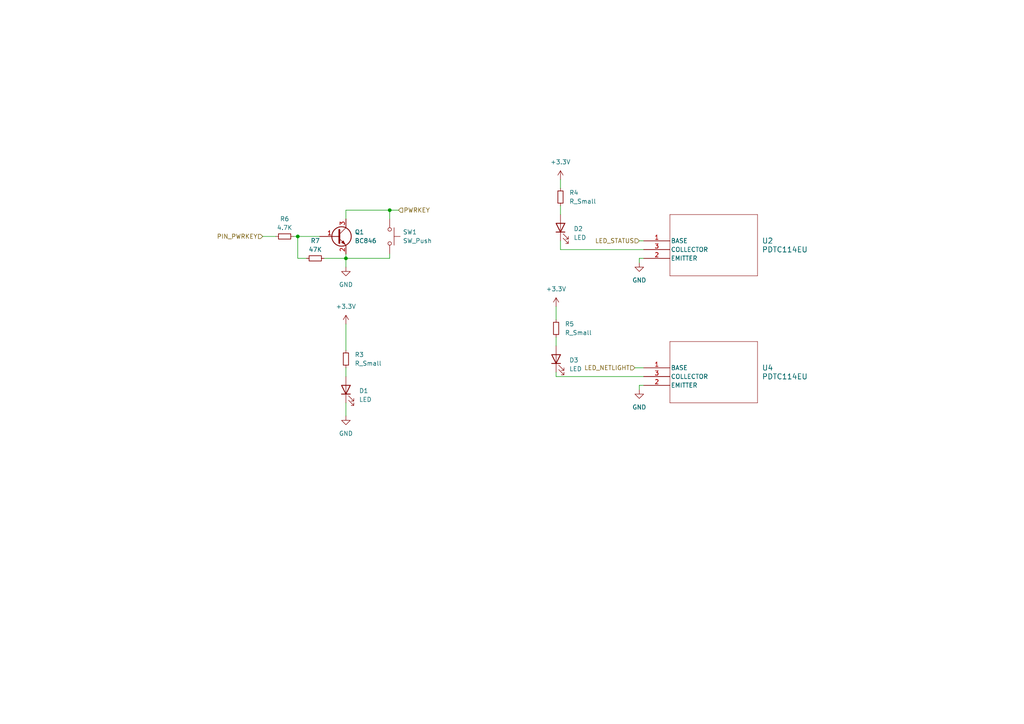
<source format=kicad_sch>
(kicad_sch (version 20230121) (generator eeschema)
  (paper "A4")
  (lib_symbols
    (symbol "2023-09-20_17-25-02:PDTC114EU" (pin_names (offset 0.254))
      (property "Reference" "U" (at 20.32 12.7 0))
      (property "Value" "PDTC114EU" (at 20.32 10.16 0))
      (symbol "PDTC114EU_0_1"
        (polyline (pts (xy 7.62 -10.16) (xy 33.02 -10.16)) (stroke (width 0.127)))
        (polyline (pts (xy 7.62 7.62) (xy 7.62 -10.16)) (stroke (width 0.127)))
        (polyline (pts (xy 33.02 -10.16) (xy 33.02 7.62)) (stroke (width 0.127)))
        (polyline (pts (xy 33.02 7.62) (xy 7.62 7.62)) (stroke (width 0.127)))
        (pin unspecified line (at 0 0 0) (length 7.62) (name "BASE") (number "1"))
        (pin unspecified line (at 0 -5.08 0) (length 7.62) (name "EMITTER") (number "2"))
        (pin unspecified line (at 0 -2.54 0) (length 7.62) (name "COLLECTOR") (number "3"))
      )
    )
    (symbol "Device:LED" (pin_numbers hide) (pin_names (offset 1.016) hide)
      (property "Reference" "D" (at 0 2.54 0))
      (property "Value" "LED" (at 0 -2.54 0))
      (symbol "LED_0_1"
        (polyline (pts (xy -1.27 -1.27) (xy -1.27 1.27)) (stroke (width 0.254)))
        (polyline (pts (xy -1.27 0) (xy 1.27 0)))
        (polyline (pts (xy 1.27 -1.27) (xy 1.27 1.27) (xy -1.27 0) (xy 1.27 -1.27)) (stroke (width 0.254)))
        (polyline (pts (xy -3.048 -0.762) (xy -4.572 -2.286) (xy -3.81 -2.286) (xy -4.572 -2.286) (xy -4.572 -1.524)))
        (polyline (pts (xy -1.778 -0.762) (xy -3.302 -2.286) (xy -2.54 -2.286) (xy -3.302 -2.286) (xy -3.302 -1.524)))
      )
      (symbol "LED_1_1"
        (pin passive line (at -3.81 0 0) (length 2.54) (name "K") (number "1"))
        (pin passive line (at 3.81 0 180) (length 2.54) (name "A") (number "2"))
      )
    )
    (symbol "Device:R_Small" (pin_numbers hide) (pin_names (offset 0.254) hide)
      (property "Reference" "R" (at 0.762 0.508 0))
      (property "Value" "R_Small" (at 0.762 -1.016 0))
      (symbol "R_Small_0_1"
        (rectangle (start -0.762 1.778) (end 0.762 -1.778) (stroke (width 0.2032)))
      )
      (symbol "R_Small_1_1"
        (pin passive line (at 0 2.54 270) (length 0.762) (name "~") (number "1"))
        (pin passive line (at 0 -2.54 90) (length 0.762) (name "~") (number "2"))
      )
    )
    (symbol "Switch:SW_Push" (pin_numbers hide) (pin_names (offset 1.016) hide)
      (property "Reference" "SW" (at 1.27 2.54 0))
      (property "Value" "SW_Push" (at 0 -1.524 0))
      (symbol "SW_Push_0_1"
        (circle (center -2.032 0) (radius 0.508))
        (polyline (pts (xy 0 1.27) (xy 0 3.048)))
        (polyline (pts (xy 2.54 1.27) (xy -2.54 1.27)))
        (circle (center 2.032 0) (radius 0.508))
        (pin passive line (at -5.08 0 0) (length 2.54) (name "1") (number "1"))
        (pin passive line (at 5.08 0 180) (length 2.54) (name "2") (number "2"))
      )
    )
    (symbol "Transistor_BJT:BC846" (pin_names (offset 0) hide)
      (property "Reference" "Q" (at 5.08 1.905 0))
      (property "Value" "BC846" (at 5.08 0 0))
      (symbol "BC846_0_1"
        (polyline (pts (xy 0.635 0.635) (xy 2.54 2.54)))
        (polyline (pts (xy 0.635 -0.635) (xy 2.54 -2.54) (xy 2.54 -2.54)))
        (polyline (pts (xy 0.635 1.905) (xy 0.635 -1.905) (xy 0.635 -1.905)) (stroke (width 0.508)))
        (polyline (pts (xy 1.27 -1.778) (xy 1.778 -1.27) (xy 2.286 -2.286) (xy 1.27 -1.778) (xy 1.27 -1.778)) (fill (type outline)))
        (circle (center 1.27 0) (radius 2.8194) (stroke (width 0.254)))
      )
      (symbol "BC846_1_1"
        (pin input line (at -5.08 0 0) (length 5.715) (name "B") (number "1"))
        (pin passive line (at 2.54 -5.08 90) (length 2.54) (name "E") (number "2"))
        (pin passive line (at 2.54 5.08 270) (length 2.54) (name "C") (number "3"))
      )
    )
    (symbol "power:+3.3V" (power) (pin_names (offset 0))
      (property "Value" "+3.3V" (at 0 3.556 0))
      (symbol "+3.3V_0_1"
        (polyline (pts (xy -0.762 1.27) (xy 0 2.54)))
        (polyline (pts (xy 0 0) (xy 0 2.54)))
        (polyline (pts (xy 0 2.54) (xy 0.762 1.27)))
      )
      (symbol "+3.3V_1_1"
        (pin power_in line (at 0 0 90) (length 0) hide (name "+3.3V") (number "1"))
      )
    )
    (symbol "power:GND" (power) (pin_names (offset 0))
      (property "Value" "GND" (at 0 -3.81 0))
      (symbol "GND_0_1"
        (polyline (pts (xy 0 0) (xy 0 -1.27) (xy 1.27 -1.27) (xy 0 -2.54) (xy -1.27 -1.27) (xy 0 -1.27)))
      )
      (symbol "GND_1_1"
        (pin power_in line (at 0 0 270) (length 0) hide (name "GND") (number "1"))
      )
    )
  )
  (junction (at 100.33 74.93))
  (junction (at 113.03 60.96))
  (junction (at 86.36 68.58))
  (wire (pts (xy 86.36 68.58) (xy 92.71 68.58)))
  (wire (pts (xy 185.42 74.93) (xy 185.42 76.2)))
  (wire (pts (xy 113.03 73.66) (xy 113.03 74.93)))
  (wire (pts (xy 113.03 60.96) (xy 113.03 63.5)))
  (wire (pts (xy 100.33 74.93) (xy 113.03 74.93)))
  (wire (pts (xy 88.9 74.93) (xy 86.36 74.93)))
  (wire (pts (xy 100.33 116.84) (xy 100.33 120.65)))
  (wire (pts (xy 100.33 73.66) (xy 100.33 74.93)))
  (wire (pts (xy 162.56 52.07) (xy 162.56 54.61)))
  (wire (pts (xy 85.09 68.58) (xy 86.36 68.58)))
  (wire (pts (xy 100.33 74.93) (xy 100.33 77.47)))
  (wire (pts (xy 161.29 88.9) (xy 161.29 92.71)))
  (wire (pts (xy 185.42 111.76) (xy 185.42 113.03)))
  (wire (pts (xy 185.42 69.85) (xy 186.69 69.85)))
  (wire (pts (xy 161.29 97.79) (xy 161.29 100.33)))
  (wire (pts (xy 162.56 69.85) (xy 162.56 72.39)))
  (wire (pts (xy 100.33 93.98) (xy 100.33 101.6)))
  (wire (pts (xy 161.29 107.95) (xy 161.29 109.22)))
  (wire (pts (xy 86.36 74.93) (xy 86.36 68.58)))
  (wire (pts (xy 186.69 74.93) (xy 185.42 74.93)))
  (wire (pts (xy 113.03 60.96) (xy 115.57 60.96)))
  (wire (pts (xy 76.2 68.58) (xy 80.01 68.58)))
  (wire (pts (xy 100.33 74.93) (xy 93.98 74.93)))
  (wire (pts (xy 100.33 60.96) (xy 113.03 60.96)))
  (wire (pts (xy 186.69 111.76) (xy 185.42 111.76)))
  (wire (pts (xy 186.69 109.22) (xy 161.29 109.22)))
  (wire (pts (xy 100.33 60.96) (xy 100.33 63.5)))
  (wire (pts (xy 162.56 72.39) (xy 186.69 72.39)))
  (wire (pts (xy 184.15 106.68) (xy 186.69 106.68)))
  (wire (pts (xy 100.33 106.68) (xy 100.33 109.22)))
  (wire (pts (xy 162.56 59.69) (xy 162.56 62.23)))
  (hierarchical_label "LED_NETLIGHT" (shape input) (at 184.15 106.68 180))
  (hierarchical_label "PWRKEY" (shape input) (at 115.57 60.96 0))
  (hierarchical_label "LED_STATUS" (shape input) (at 185.42 69.85 180))
  (hierarchical_label "PIN_PWRKEY" (shape input) (at 76.2 68.58 180))
  (symbol (lib_id "2023-09-20_17-25-02:PDTC114EU") (at 186.69 106.68 0) (unit 1)
    (property "Reference" "U4" (at 220.98 106.68 0) (effects (font (size 1.524 1.524)) (justify left)))
    (property "Value" "PDTC114EU" (at 220.98 109.22 0) (effects (font (size 1.524 1.524)) (justify left)))
    (property "Footprint" "footprints2:SOT323_NEX" (effects hide))
    (property "Datasheet" "PDTC114EU" (effects hide))
  )
  (symbol (lib_id "power:+3.3V") (at 100.33 93.98 0) (unit 1)
    (property "Reference" "#PWR0105" (effects hide))
    (property "Value" "+3.3V" (at 100.33 88.9 0))
    (instances (project "modulo_sim7080G" (path "" (reference "#PWR0105") (unit 1)) (path "" (reference "#PWR06") (unit 1))))
  )
  (symbol (lib_id "power:GND") (at 100.33 77.47 0) (unit 1)
    (property "Reference" "#PWR010" (effects hide))
    (property "Value" "GND" (at 100.33 82.55 0))
    (instances (project "modulo_sim7080G" (path "" (reference "#PWR010") (unit 1)) (path "" (reference "#PWR026") (unit 1))))
  )
  (symbol (lib_id "Device:R_Small") (at 91.44 74.93 90) (unit 1)
    (property "Reference" "R7" (at 91.44 69.85 90))
    (property "Value" "47K" (at 91.44 72.39 90))
    (property "Footprint" "Resistor_SMD:R_0402_1005Metric" (effects hide))
  )
  (symbol (lib_id "Device:R_Small") (at 161.29 95.25 0) (unit 1)
    (property "Reference" "R5" (at 163.83 93.9799 0) (effects (justify left)))
    (property "Value" "R_Small" (at 163.83 96.5199 0) (effects (justify left)))
    (property "Footprint" "Resistor_SMD:R_0402_1005Metric" (effects hide))
  )
  (symbol (lib_id "Device:LED") (at 100.33 113.03 90) (unit 1)
    (property "Reference" "D1" (at 104.14 113.3474 90) (effects (justify right)))
    (property "Value" "LED" (at 104.14 115.8874 90) (effects (justify right)))
    (property "Footprint" "LED_SMD:LED_0805_2012Metric" (effects hide))
  )
  (symbol (lib_id "Transistor_BJT:BC846") (at 97.79 68.58 0) (unit 1)
    (property "Reference" "Q1" (at 102.87 67.3099 0) (effects (justify left)))
    (property "Value" "BC846" (at 102.87 69.8499 0) (effects (justify left)))
    (property "Footprint" "Package_TO_SOT_SMD:SOT-23" (effects hide))
    (property "Datasheet" "https://assets.nexperia.com/documents/data-sheet/BC846_SER.pdf" (effects hide))
  )
  (symbol (lib_id "power:GND") (at 185.42 76.2 0) (unit 1)
    (property "Reference" "#PWR018" (effects hide))
    (property "Value" "GND" (at 185.42 81.28 0))
  )
  (symbol (lib_id "Device:LED") (at 162.56 66.04 90) (unit 1)
    (property "Reference" "D2" (at 166.37 66.3574 90) (effects (justify right)))
    (property "Value" "LED" (at 166.37 68.8974 90) (effects (justify right)))
    (property "Footprint" "LED_SMD:LED_0805_2012Metric" (effects hide))
  )
  (symbol (lib_id "Device:LED") (at 161.29 104.14 90) (unit 1)
    (property "Reference" "D3" (at 165.1 104.4574 90) (effects (justify right)))
    (property "Value" "LED" (at 165.1 106.9974 90) (effects (justify right)))
    (property "Footprint" "LED_SMD:LED_0805_2012Metric" (effects hide))
  )
  (symbol (lib_id "power:+3.3V") (at 162.56 52.07 0) (unit 1)
    (property "Reference" "#PWR0105" (effects hide))
    (property "Value" "+3.3V" (at 162.56 46.99 0))
    (instances (project "modulo_sim7080G" (path "" (reference "#PWR0105") (unit 1)) (path "" (reference "#PWR020") (unit 1))))
  )
  (symbol (lib_id "2023-09-20_17-25-02:PDTC114EU") (at 186.69 69.85 0) (unit 1)
    (property "Reference" "U2" (at 220.98 69.85 0) (effects (font (size 1.524 1.524)) (justify left)))
    (property "Value" "PDTC114EU" (at 220.98 72.39 0) (effects (font (size 1.524 1.524)) (justify left)))
    (property "Footprint" "footprints2:SOT323_NEX" (effects hide))
    (property "Datasheet" "PDTC114EU" (effects hide))
  )
  (symbol (lib_id "Device:R_Small") (at 100.33 104.14 0) (unit 1)
    (property "Reference" "R3" (at 102.87 102.8699 0) (effects (justify left)))
    (property "Value" "R_Small" (at 102.87 105.4099 0) (effects (justify left)))
    (property "Footprint" "Resistor_SMD:R_0402_1005Metric" (effects hide))
  )
  (symbol (lib_id "Switch:SW_Push") (at 113.03 68.58 270) (unit 1)
    (property "Reference" "SW1" (at 116.84 67.3099 90) (effects (justify left)))
    (property "Value" "SW_Push" (at 116.84 69.8499 90) (effects (justify left)))
    (property "Footprint" "Button_Switch_SMD:SW_SPST_B3U-1000P-B" (effects hide))
  )
  (symbol (lib_id "Device:R_Small") (at 82.55 68.58 270) (unit 1)
    (property "Reference" "R6" (at 82.55 63.5 90))
    (property "Value" "4.7K" (at 82.55 66.04 90))
    (property "Footprint" "Resistor_SMD:R_0402_1005Metric" (effects hide))
  )
  (symbol (lib_id "power:GND") (at 100.33 120.65 0) (unit 1)
    (property "Reference" "#PWR07" (effects hide))
    (property "Value" "GND" (at 100.33 125.73 0))
  )
  (symbol (lib_id "power:GND") (at 185.42 113.03 0) (unit 1)
    (property "Reference" "#PWR019" (effects hide))
    (property "Value" "GND" (at 185.42 118.11 0))
  )
  (symbol (lib_id "power:+3.3V") (at 161.29 88.9 0) (unit 1)
    (property "Reference" "#PWR0105" (effects hide))
    (property "Value" "+3.3V" (at 161.29 83.82 0))
    (instances (project "modulo_sim7080G" (path "" (reference "#PWR0105") (unit 1)) (path "" (reference "#PWR021") (unit 1))))
  )
  (symbol (lib_id "Device:R_Small") (at 162.56 57.15 0) (unit 1)
    (property "Reference" "R4" (at 165.1 55.8799 0) (effects (justify left)))
    (property "Value" "R_Small" (at 165.1 58.4199 0) (effects (justify left)))
    (property "Footprint" "Resistor_SMD:R_0402_1005Metric" (effects hide))
  )
)
</source>
